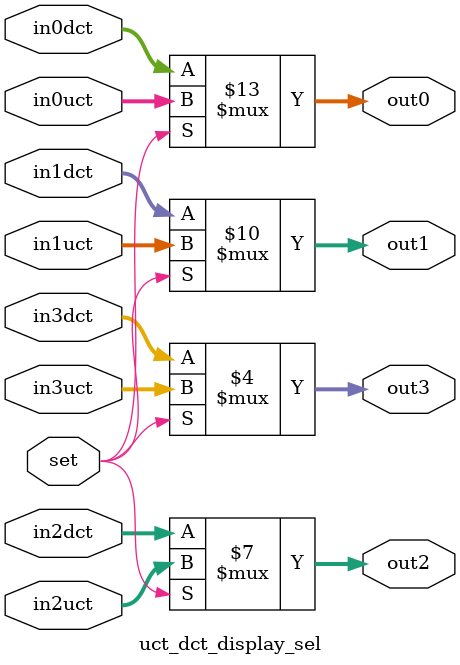
<source format=v>
`timescale 1ns / 1ps


module uct_dct_display_sel(
    in0dct,
    in1dct, 
    in2dct, 
    in3dct,
    in0uct,
    in1uct,
    in2uct, 
    in3uct,
    out0, 
    out1, 
    out2, 
    out3,
    set
    );
    input [3:0]in0dct, in1dct, in2dct, in3dct;
    input [3:0]in0uct, in1uct, in2uct, in3uct;
    input set;

    output reg [3:0]out0, out1, out2, out3;

    always @*
        if (set == 1'b1)
            begin
                out0 = in0uct;
                out1 = in1uct;
                out2 = in2uct;
                out3 = in3uct;
            end
        else 
            begin
                out0 = in0dct;
                out1 = in1dct;
                out2 = in2dct;
                out3 = in3dct;
            end
endmodule

</source>
